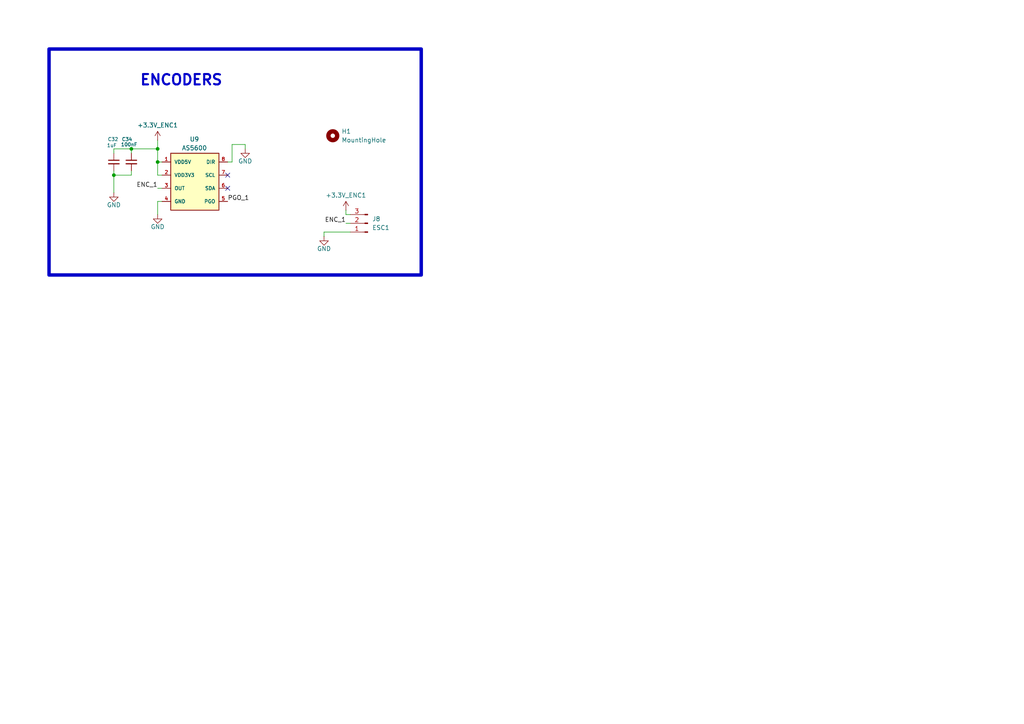
<source format=kicad_sch>
(kicad_sch (version 20250114) (generator "eeschema") (generator_version "9.0")
  (paper "A4")
  (lib_symbols
    (symbol "Connector:Conn_01x03_Pin" (pin_names (offset 1.016) (hide yes))
      (property "Reference" "J" (at 0 5.08 0))
      (property "Value" "Conn_01x03_Pin" (at 0 -5.08 0))
      (symbol "Conn_01x03_Pin_1_1"
        (rectangle (start 0.8636 2.667) (end 0 2.413) (stroke (width 0.1524)) (fill (type outline)))
        (rectangle (start 0.8636 0.127) (end 0 -0.127) (stroke (width 0.1524)) (fill (type outline)))
        (rectangle (start 0.8636 -2.413) (end 0 -2.667) (stroke (width 0.1524)) (fill (type outline)))
        (polyline (pts (xy 1.27 2.54) (xy 0.8636 2.54)) (stroke (width 0.1524)))
        (polyline (pts (xy 1.27 0) (xy 0.8636 0)) (stroke (width 0.1524)))
        (polyline (pts (xy 1.27 -2.54) (xy 0.8636 -2.54)) (stroke (width 0.1524)))
        (pin passive line (at 5.08 2.54 180) (length 3.81) (name "Pin_1") (number "1"))
        (pin passive line (at 5.08 0 180) (length 3.81) (name "Pin_2") (number "2"))
        (pin passive line (at 5.08 -2.54 180) (length 3.81) (name "Pin_3") (number "3"))
      )
    )
    (symbol "Device:C_Small" (pin_numbers (hide yes)) (pin_names (offset 0.254) (hide yes))
      (property "Reference" "C" (at 0.254 1.778 0))
      (property "Value" "C_Small" (at 0.254 -2.032 0))
      (symbol "C_Small_0_1"
        (polyline (pts (xy -1.524 0.508) (xy 1.524 0.508)) (stroke (width 0.3048)))
        (polyline (pts (xy -1.524 -0.508) (xy 1.524 -0.508)) (stroke (width 0.3302)))
      )
      (symbol "C_Small_1_1"
        (pin passive line (at 0 2.54 270) (length 2.032) (name "~") (number "1"))
        (pin passive line (at 0 -2.54 90) (length 2.032) (name "~") (number "2"))
      )
    )
    (symbol "Mechanical:MountingHole" (pin_names (offset 1.016)) (in_bom no)
      (property "Reference" "H" (at 0 5.08 0))
      (property "Value" "MountingHole" (at 0 3.175 0))
      (symbol "MountingHole_0_1"
        (circle (center 0 0) (radius 1.27) (stroke (width 1.27)))
      )
    )
    (symbol "MixLib:AS5600" (pin_names (offset 1.016))
      (property "Reference" "U" (at -0.508 8.636 0))
      (property "Value" "AS5600" (at -0.508 -10.922 0))
      (symbol "AS5600_0_0"
        (rectangle (start -7.62 7.62) (end 6.35 -8.89) (stroke (width 0.254)) (fill (type background)))
        (pin power_in line (at -10.16 1.27 0) (length 2.54) (name "VDD3V3") (number "2"))
        (pin output line (at -10.16 -2.54 0) (length 2.54) (name "OUT") (number "3"))
        (pin power_in line (at -10.16 -6.35 0) (length 2.54) (name "GND") (number "4"))
        (pin input line (at 8.89 5.08 180) (length 2.54) (name "DIR") (number "8"))
        (pin input line (at 8.89 1.27 180) (length 2.54) (name "SCL") (number "7"))
        (pin bidirectional line (at 8.89 -2.54 180) (length 2.54) (name "SDA") (number "6"))
        (pin input line (at 8.89 -6.35 180) (length 2.54) (name "PGO") (number "5"))
      )
      (symbol "AS5600_1_0"
        (pin power_in line (at -10.16 5.08 0) (length 2.54) (name "VDD5V") (number "1"))
      )
    )
    (symbol "power:+3.3V" (power) (pin_numbers (hide yes)) (pin_names (offset 0) (hide yes))
      (property "Value" "+3.3V" (at 0 3.556 0))
      (symbol "+3.3V_0_1"
        (polyline (pts (xy -0.762 1.27) (xy 0 2.54)))
        (polyline (pts (xy 0 2.54) (xy 0.762 1.27)))
        (polyline (pts (xy 0 0) (xy 0 2.54)))
      )
      (symbol "+3.3V_1_1"
        (pin power_in line (at 0 0 90) (length 0) (name "~") (number "1"))
      )
    )
    (symbol "power:GND" (power) (pin_numbers (hide yes)) (pin_names (offset 0) (hide yes))
      (property "Value" "GND" (at 0 -3.81 0))
      (symbol "GND_0_1"
        (polyline (pts (xy 0 0) (xy 0 -1.27) (xy 1.27 -1.27) (xy 0 -2.54) (xy -1.27 -1.27) (xy 0 -1.27)))
      )
      (symbol "GND_1_1"
        (pin power_in line (at 0 0 270) (length 0) (name "~") (number "1"))
      )
    )
  )
  (rectangle (start 14.224 14.224) (end 122.174 79.756) (stroke (width 1)))
  (text "ENCODERS" (at 52.578 23.368 0) (effects (font (size 3 3) (thickness 0.6) (bold yes))))
  (junction (at 33.02 50.8))
  (junction (at 38.1 43.18))
  (junction (at 45.72 43.18))
  (junction (at 45.72 46.99))
  (no_connect (at 66.04 54.61))
  (no_connect (at 66.04 50.8))
  (wire (pts (xy 45.72 43.18) (xy 45.72 46.99)))
  (wire (pts (xy 45.72 40.64) (xy 45.72 43.18)))
  (wire (pts (xy 93.98 67.31) (xy 101.6 67.31)))
  (wire (pts (xy 38.1 43.18) (xy 45.72 43.18)))
  (wire (pts (xy 100.33 62.23) (xy 101.6 62.23)))
  (wire (pts (xy 45.72 54.61) (xy 46.99 54.61)))
  (wire (pts (xy 45.72 46.99) (xy 46.99 46.99)))
  (wire (pts (xy 71.12 41.91) (xy 71.12 43.18)))
  (wire (pts (xy 33.02 43.18) (xy 38.1 43.18)))
  (wire (pts (xy 67.31 41.91) (xy 71.12 41.91)))
  (wire (pts (xy 45.72 46.99) (xy 45.72 50.8)))
  (wire (pts (xy 93.98 68.58) (xy 93.98 67.31)))
  (wire (pts (xy 38.1 49.53) (xy 38.1 50.8)))
  (wire (pts (xy 33.02 44.45) (xy 33.02 43.18)))
  (wire (pts (xy 100.33 60.96) (xy 100.33 62.23)))
  (wire (pts (xy 45.72 58.42) (xy 45.72 62.23)))
  (wire (pts (xy 45.72 58.42) (xy 46.99 58.42)))
  (wire (pts (xy 38.1 43.18) (xy 38.1 44.45)))
  (wire (pts (xy 33.02 50.8) (xy 33.02 55.88)))
  (wire (pts (xy 38.1 50.8) (xy 33.02 50.8)))
  (wire (pts (xy 100.33 64.77) (xy 101.6 64.77)))
  (wire (pts (xy 46.99 50.8) (xy 45.72 50.8)))
  (wire (pts (xy 67.31 46.99) (xy 67.31 41.91)))
  (wire (pts (xy 33.02 50.8) (xy 33.02 49.53)))
  (wire (pts (xy 66.04 46.99) (xy 67.31 46.99)))
  (label "ENC_1" (at 100.33 64.77 180))
  (label "ENC_1" (at 45.72 54.61 180))
  (label "PGO_1" (at 66.04 58.42 0))
  (symbol (lib_id "power:GND") (at 71.12 43.18 0) (unit 1)
    (property "Reference" "#PWR064" (effects (hide yes)))
    (property "Value" "GND" (at 71.12 46.736 0))
    (property "Description" "Power symbol creates a global label with name \"GND\" , ground" (effects (hide yes)))
  )
  (symbol (lib_id "Device:C_Small") (at 38.1 46.99 0) (unit 1)
    (property "Reference" "C34" (at 35.306 40.386 0) (effects (font (size 1 1)) (justify left)))
    (property "Value" "100nF" (at 35.052 41.91 0) (effects (font (size 1 1)) (justify left)))
    (property "Footprint" "Capacitor_SMD:C_0603_1608Metric" (effects (hide yes)))
    (property "Description" "Unpolarized capacitor, small symbol" (effects (hide yes)))
  )
  (symbol (lib_id "power:+3.3V") (at 100.33 60.96 0) (unit 1)
    (property "Reference" "#PWR066" (effects (hide yes)))
    (property "Value" "+3.3V_ENC1" (at 100.33 56.642 0))
    (property "Description" "Power symbol creates a global label with name \"+3.3V\"" (effects (hide yes)))
  )
  (symbol (lib_id "power:GND") (at 33.02 55.88 0) (unit 1)
    (property "Reference" "#PWR058" (effects (hide yes)))
    (property "Value" "GND" (at 33.02 59.436 0))
    (property "Description" "Power symbol creates a global label with name \"GND\" , ground" (effects (hide yes)))
  )
  (symbol (lib_id "Mechanical:MountingHole") (at 96.52 39.37 0) (unit 1) (in_bom no)
    (property "Reference" "H1" (at 99.06 38.0999 0) (effects (justify left)))
    (property "Value" "MountingHole" (at 99.06 40.6399 0) (effects (justify left)))
    (property "Footprint" "MountingHole:MountingHole_2.2mm_M2" (effects (hide yes)))
    (property "Datasheet" "'" (effects (hide yes)))
    (property "Description" "Mounting Hole without connection" (effects (hide yes)))
  )
  (symbol (lib_id "Device:C_Small") (at 33.02 46.99 0) (unit 1)
    (property "Reference" "C32" (at 31.242 40.386 0) (effects (font (size 1 1)) (justify left)))
    (property "Value" "1uF" (at 30.988 42.164 0) (effects (font (size 1 1)) (justify left)))
    (property "Footprint" "Capacitor_SMD:C_0603_1608Metric" (effects (hide yes)))
    (property "Description" "Unpolarized capacitor, small symbol" (effects (hide yes)))
  )
  (symbol (lib_id "power:GND") (at 45.72 62.23 0) (unit 1)
    (property "Reference" "#PWR061" (effects (hide yes)))
    (property "Value" "GND" (at 45.72 65.786 0))
    (property "Description" "Power symbol creates a global label with name \"GND\" , ground" (effects (hide yes)))
  )
  (symbol (lib_id "Connector:Conn_01x03_Pin") (at 106.68 64.77 180) (unit 1)
    (property "Reference" "J8" (at 107.95 63.4999 0) (effects (justify right)))
    (property "Value" "ESC1" (at 107.95 66.0399 0) (effects (justify right)))
    (property "Footprint" "MixLib:PinHeader_1x03_P2.54-SMD,THT,2-layers" (effects (hide yes)))
    (property "Description" "Generic connector, single row, 01x03, script generated" (effects (hide yes)))
  )
  (symbol (lib_id "power:+3.3V") (at 45.72 40.64 0) (unit 1)
    (property "Reference" "#PWR060" (effects (hide yes)))
    (property "Value" "+3.3V_ENC1" (at 45.72 36.322 0))
    (property "Description" "Power symbol creates a global label with name \"+3.3V\"" (effects (hide yes)))
  )
  (symbol (lib_id "MixLib:AS5600") (at 57.15 52.07 0) (unit 1)
    (property "Reference" "U9" (at 56.388 40.386 0))
    (property "Value" "AS5600" (at 56.388 42.926 0))
    (property "Footprint" "Package_SO:SOIC-8_3.9x4.9mm_P1.27mm" (effects (hide yes)))
    (property "MF" "Ams AG" (effects (hide yes)))
    (property "Description_1" "Hall Effect Sensor Rotary Position External Magnet, Not Included Gull Wing" (effects (hide yes)))
    (property "Package" "None" (effects (hide yes)))
    (property "Price" "None" (effects (hide yes)))
    (property "SnapEDA_Link" "https://www.snapeda.com/parts/AS5600/ams/view-part/?ref=snap" (effects (hide yes)))
    (property "MP" "AS5600" (effects (hide yes)))
    (property "Availability" "Not in stock" (effects (hide yes)))
    (property "Check_prices" "https://www.snapeda.com/parts/AS5600/ams/view-part/?ref=eda" (effects (hide yes)))
  )
  (symbol (lib_id "power:GND") (at 93.98 68.58 0) (unit 1)
    (property "Reference" "#PWR073" (effects (hide yes)))
    (property "Value" "GND" (at 93.98 72.136 0))
    (property "Description" "Power symbol creates a global label with name \"GND\" , ground" (effects (hide yes)))
  )
)
</source>
